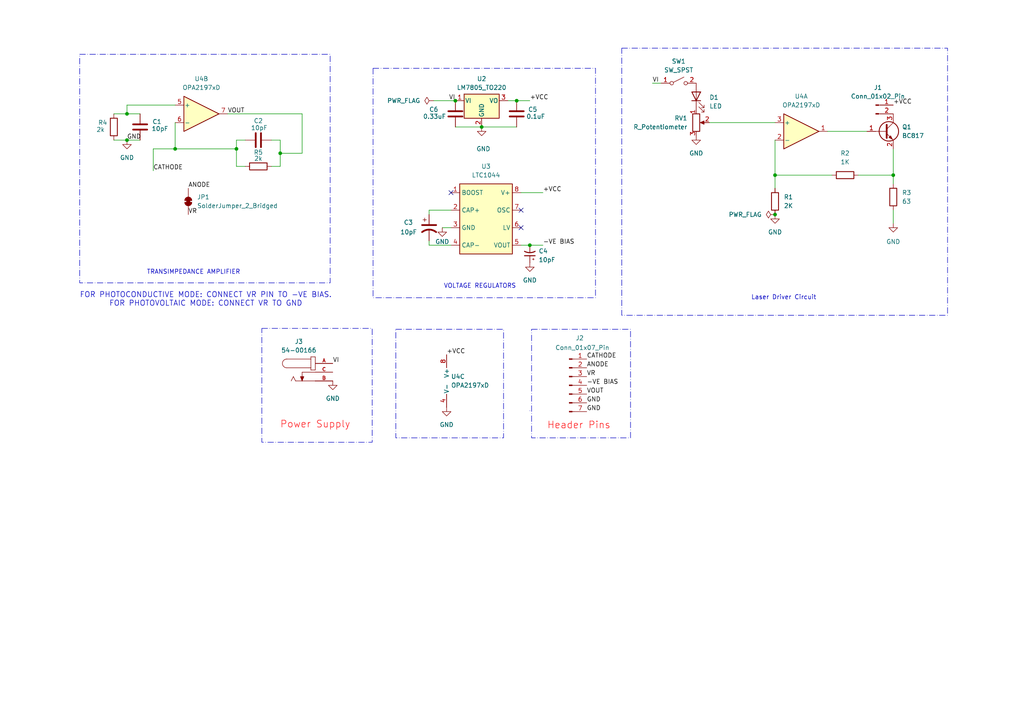
<source format=kicad_sch>
(kicad_sch (version 20250114) (generator "eeschema") (generator_version "9.0")
  (paper "A4")
  (title_block (title "Combined LASER driver and TIA circuit") (date "2025-10-28") (rev "1") (company "CQuICC, IIT Madras") (comment 1 "Designed by Megha and Rizo"))
  (lib_symbols
    (symbol "Amplifier_Operational:OPA2197xD" (pin_names (offset 0.127))
      (property "Reference" "U" (at 2.54 6.35 0))
      (property "Value" "OPA2197xD" (at 2.54 3.81 0))
      (symbol "OPA2197xD_1_1"
        (polyline (pts (xy 5.08 0) (xy -5.08 5.08) (xy -5.08 -5.08) (xy 5.08 0)) (stroke (width 0.254)) (fill (type background)))
        (pin input line (at -7.62 2.54 0) (length 2.54) (name "+") (number "3"))
        (pin input line (at -7.62 -2.54 0) (length 2.54) (name "-") (number "2"))
        (pin output line (at 7.62 0 180) (length 2.54) (name "~") (number "1"))
      )
      (symbol "OPA2197xD_2_1"
        (polyline (pts (xy 5.08 0) (xy -5.08 5.08) (xy -5.08 -5.08) (xy 5.08 0)) (stroke (width 0.254)) (fill (type background)))
        (pin input line (at -7.62 2.54 0) (length 2.54) (name "+") (number "5"))
        (pin input line (at -7.62 -2.54 0) (length 2.54) (name "-") (number "6"))
        (pin output line (at 7.62 0 180) (length 2.54) (name "~") (number "7"))
      )
      (symbol "OPA2197xD_3_1"
        (pin power_in line (at 0 7.62 270) (length 3.81) (name "V+") (number "8"))
        (pin power_in line (at 0 -7.62 90) (length 3.81) (name "V-") (number "4"))
      )
    )
    (symbol "Connector:Conn_01x02_Pin" (pin_names (offset 1.016) (hide yes))
      (property "Reference" "J" (at 0 2.54 0))
      (property "Value" "Conn_01x02_Pin" (at 0 -5.08 0))
      (symbol "Conn_01x02_Pin_1_1"
        (rectangle (start 0.8636 0.127) (end 0 -0.127) (stroke (width 0.1524)) (fill (type outline)))
        (rectangle (start 0.8636 -2.413) (end 0 -2.667) (stroke (width 0.1524)) (fill (type outline)))
        (polyline (pts (xy 1.27 0) (xy 0.8636 0)) (stroke (width 0.1524)))
        (polyline (pts (xy 1.27 -2.54) (xy 0.8636 -2.54)) (stroke (width 0.1524)))
        (pin passive line (at 5.08 0 180) (length 3.81) (name "Pin_1") (number "1"))
        (pin passive line (at 5.08 -2.54 180) (length 3.81) (name "Pin_2") (number "2"))
      )
    )
    (symbol "Connector:Conn_01x07_Pin" (pin_names (offset 1.016) (hide yes))
      (property "Reference" "J" (at 0 10.16 0))
      (property "Value" "Conn_01x07_Pin" (at 0 -10.16 0))
      (symbol "Conn_01x07_Pin_1_1"
        (rectangle (start 0.8636 7.747) (end 0 7.493) (stroke (width 0.1524)) (fill (type outline)))
        (rectangle (start 0.8636 5.207) (end 0 4.953) (stroke (width 0.1524)) (fill (type outline)))
        (rectangle (start 0.8636 2.667) (end 0 2.413) (stroke (width 0.1524)) (fill (type outline)))
        (rectangle (start 0.8636 0.127) (end 0 -0.127) (stroke (width 0.1524)) (fill (type outline)))
        (rectangle (start 0.8636 -2.413) (end 0 -2.667) (stroke (width 0.1524)) (fill (type outline)))
        (rectangle (start 0.8636 -4.953) (end 0 -5.207) (stroke (width 0.1524)) (fill (type outline)))
        (rectangle (start 0.8636 -7.493) (end 0 -7.747) (stroke (width 0.1524)) (fill (type outline)))
        (polyline (pts (xy 1.27 7.62) (xy 0.8636 7.62)) (stroke (width 0.1524)))
        (polyline (pts (xy 1.27 5.08) (xy 0.8636 5.08)) (stroke (width 0.1524)))
        (polyline (pts (xy 1.27 2.54) (xy 0.8636 2.54)) (stroke (width 0.1524)))
        (polyline (pts (xy 1.27 0) (xy 0.8636 0)) (stroke (width 0.1524)))
        (polyline (pts (xy 1.27 -2.54) (xy 0.8636 -2.54)) (stroke (width 0.1524)))
        (polyline (pts (xy 1.27 -5.08) (xy 0.8636 -5.08)) (stroke (width 0.1524)))
        (polyline (pts (xy 1.27 -7.62) (xy 0.8636 -7.62)) (stroke (width 0.1524)))
        (pin passive line (at 5.08 7.62 180) (length 3.81) (name "Pin_1") (number "1"))
        (pin passive line (at 5.08 5.08 180) (length 3.81) (name "Pin_2") (number "2"))
        (pin passive line (at 5.08 2.54 180) (length 3.81) (name "Pin_3") (number "3"))
        (pin passive line (at 5.08 0 180) (length 3.81) (name "Pin_4") (number "4"))
        (pin passive line (at 5.08 -2.54 180) (length 3.81) (name "Pin_5") (number "5"))
        (pin passive line (at 5.08 -5.08 180) (length 3.81) (name "Pin_6") (number "6"))
        (pin passive line (at 5.08 -7.62 180) (length 3.81) (name "Pin_7") (number "7"))
      )
    )
    (symbol "Device:C_Polarized_Small_US" (pin_numbers (hide yes)) (pin_names (offset 0.254) (hide yes))
      (property "Reference" "C" (at 0.254 1.778 0))
      (property "Value" "C_Polarized_Small_US" (at 0.254 -2.032 0))
      (symbol "C_Polarized_Small_US_0_1"
        (polyline (pts (xy -1.524 0.508) (xy 1.524 0.508)) (stroke (width 0.3048)))
        (polyline (pts (xy -1.27 1.524) (xy -0.762 1.524)))
        (polyline (pts (xy -1.016 1.27) (xy -1.016 1.778)))
        (arc (start -1.524 -0.762) (mid 0 -0.3734) (end 1.524 -0.762) (stroke (width 0.3048)))
      )
      (symbol "C_Polarized_Small_US_1_1"
        (pin passive line (at 0 2.54 270) (length 2.032) (name "~") (number "1"))
        (pin passive line (at 0 -2.54 90) (length 2.032) (name "~") (number "2"))
      )
    )
    (symbol "Device:C_Polarized_US" (pin_numbers (hide yes)) (pin_names (offset 0.254) (hide yes))
      (property "Reference" "C" (at 0.635 2.54 0))
      (property "Value" "C_Polarized_US" (at 0.635 -2.54 0))
      (symbol "C_Polarized_US_0_1"
        (polyline (pts (xy -2.032 0.762) (xy 2.032 0.762)) (stroke (width 0.508)))
        (polyline (pts (xy -1.778 2.286) (xy -0.762 2.286)))
        (polyline (pts (xy -1.27 1.778) (xy -1.27 2.794)))
        (arc (start -2.032 -1.27) (mid 0 -0.5572) (end 2.032 -1.27) (stroke (width 0.508)))
      )
      (symbol "C_Polarized_US_1_1"
        (pin passive line (at 0 3.81 270) (length 2.794) (name "~") (number "1"))
        (pin passive line (at 0 -3.81 90) (length 3.302) (name "~") (number "2"))
      )
    )
    (symbol "Device:LED" (pin_numbers (hide yes)) (pin_names (offset 1.016) (hide yes))
      (property "Reference" "D" (at 0 2.54 0))
      (property "Value" "LED" (at 0 -2.54 0))
      (symbol "LED_0_1"
        (polyline (pts (xy -3.048 -0.762) (xy -4.572 -2.286) (xy -3.81 -2.286) (xy -4.572 -2.286) (xy -4.572 -1.524)))
        (polyline (pts (xy -1.778 -0.762) (xy -3.302 -2.286) (xy -2.54 -2.286) (xy -3.302 -2.286) (xy -3.302 -1.524)))
        (polyline (pts (xy -1.27 0) (xy 1.27 0)))
        (polyline (pts (xy -1.27 -1.27) (xy -1.27 1.27)) (stroke (width 0.254)))
        (polyline (pts (xy 1.27 -1.27) (xy 1.27 1.27) (xy -1.27 0) (xy 1.27 -1.27)) (stroke (width 0.254)))
      )
      (symbol "LED_1_1"
        (pin passive line (at -3.81 0 0) (length 2.54) (name "K") (number "1"))
        (pin passive line (at 3.81 0 180) (length 2.54) (name "A") (number "2"))
      )
    )
    (symbol "Device:R" (pin_numbers (hide yes)) (pin_names (offset 0))
      (property "Reference" "R" (at 2.032 0 90))
      (property "Value" "R" (at 0 0 90))
      (symbol "R_0_1"
        (rectangle (start -1.016 -2.54) (end 1.016 2.54) (stroke (width 0.254)))
      )
      (symbol "R_1_1"
        (pin passive line (at 0 3.81 270) (length 1.27) (name "~") (number "1"))
        (pin passive line (at 0 -3.81 90) (length 1.27) (name "~") (number "2"))
      )
    )
    (symbol "Device:R_Potentiometer" (pin_names (offset 1.016) (hide yes))
      (property "Reference" "RV" (at -4.445 0 90))
      (property "Value" "R_Potentiometer" (at -2.54 0 90))
      (symbol "R_Potentiometer_0_1"
        (rectangle (start 1.016 2.54) (end -1.016 -2.54) (stroke (width 0.254)))
        (polyline (pts (xy 1.143 0) (xy 2.286 0.508) (xy 2.286 -0.508) (xy 1.143 0)) (fill (type outline)))
        (polyline (pts (xy 2.54 0) (xy 1.524 0)))
      )
      (symbol "R_Potentiometer_1_1"
        (pin passive line (at 0 3.81 270) (length 1.27) (name "1") (number "1"))
        (pin passive line (at 0 -3.81 90) (length 1.27) (name "3") (number "3"))
        (pin passive line (at 3.81 0 180) (length 1.27) (name "2") (number "2"))
      )
    )
    (symbol "Jumper:SolderJumper_2_Bridged" (pin_numbers (hide yes)) (pin_names (offset 0) (hide yes)) (in_bom no)
      (property "Reference" "JP" (at 0 2.032 0))
      (property "Value" "SolderJumper_2_Bridged" (at 0 -2.54 0))
      (symbol "SolderJumper_2_Bridged_0_1"
        (rectangle (start -0.508 0.508) (end 0.508 -0.508) (fill (type outline)))
        (polyline (pts (xy -0.254 1.016) (xy -0.254 -1.016)))
        (arc (start -0.254 -1.016) (mid -1.2656 0) (end -0.254 1.016))
        (arc (start -0.254 -1.016) (mid -1.2656 0) (end -0.254 1.016) (fill (type outline)))
        (arc (start 0.254 1.016) (mid 1.2656 0) (end 0.254 -1.016))
        (arc (start 0.254 1.016) (mid 1.2656 0) (end 0.254 -1.016) (fill (type outline)))
        (polyline (pts (xy 0.254 1.016) (xy 0.254 -1.016)))
      )
      (symbol "SolderJumper_2_Bridged_1_1"
        (pin passive line (at -3.81 0 0) (length 2.54) (name "A") (number "1"))
        (pin passive line (at 3.81 0 180) (length 2.54) (name "B") (number "2"))
      )
    )
    (symbol "LTC1044_1"
      (property "Reference" "U3" (at 0 15.24 0))
      (property "Value" "LTC1044" (at 0 12.7 0))
      (symbol "LTC1044_1_0_1"
        (rectangle (start -7.62 10.16) (end 7.62 -10.16) (stroke (width 0.254)) (fill (type background)))
      )
      (symbol "LTC1044_1_1_1"
        (pin input line (at -10.16 7.62 0) (length 2.54) (name "BOOST") (number "1"))
        (pin input line (at -10.16 2.54 0) (length 2.54) (name "CAP+") (number "2"))
        (pin power_in line (at -10.16 -2.54 0) (length 2.54) (name "GND") (number "3"))
        (pin input line (at -10.16 -7.62 0) (length 2.54) (name "CAP-") (number "4"))
        (pin power_in line (at 10.16 7.62 180) (length 2.54) (name "V+") (number "8"))
        (pin input line (at 10.16 2.54 180) (length 2.54) (name "OSC") (number "7"))
        (pin input line (at 10.16 -2.54 180) (length 2.54) (name "LV") (number "6"))
        (pin power_out line (at 10.16 -7.62 180) (length 2.54) (name "VOUT") (number "5"))
      )
    )
    (symbol "Library:54-00166" (pin_names (offset 1.016))
      (property "Reference" "J" (at -7.62 5.08 0))
      (property "Value" "54-00166" (at -7.62 -5.08 0))
      (symbol "54-00166_0_0"
        (polyline (pts (xy -8.255 3.81) (xy -1.27 3.81)) (stroke (width 0.1524)))
        (arc (start -8.255 1.27) (mid -9.5194 2.54) (end -8.255 3.81) (stroke (width 0.1524)))
        (polyline (pts (xy -6.35 -1.27) (xy -6.985 -2.54)) (stroke (width 0.1524)))
        (polyline (pts (xy -5.715 -2.54) (xy -6.35 -1.27)) (stroke (width 0.1524)))
        (polyline (pts (xy -3.81 0) (xy -3.81 -2.54)) (stroke (width 0.1524)))
        (polyline (pts (xy -3.81 -2.54) (xy -4.318 -1.27) (xy -3.302 -1.27) (xy -3.81 -2.54)) (stroke (width 0.1524)) (fill (type outline)))
        (polyline (pts (xy -1.27 4.445) (xy -1.27 3.81)) (stroke (width 0.1524)))
        (polyline (pts (xy -1.27 3.81) (xy -1.27 1.27)) (stroke (width 0.1524)))
        (polyline (pts (xy -1.27 1.27) (xy -8.255 1.27)) (stroke (width 0.1524)))
        (polyline (pts (xy -1.27 1.27) (xy -1.27 0.635)) (stroke (width 0.1524)))
        (polyline (pts (xy -1.27 0.635) (xy 0 0.635)) (stroke (width 0.1524)))
        (polyline (pts (xy 0 4.445) (xy -1.27 4.445)) (stroke (width 0.1524)))
        (polyline (pts (xy 0 0.635) (xy 0 4.445)) (stroke (width 0.1524)))
        (polyline (pts (xy 0 0) (xy -3.81 0)) (stroke (width 0.1524)))
        (polyline (pts (xy 0 -2.54) (xy -5.715 -2.54)) (stroke (width 0.1524)))
        (pin passive line (at 5.08 2.54 180) (length 5.08) (name "~") (number "A"))
        (pin passive line (at 5.08 0 180) (length 5.08) (name "~") (number "C"))
        (pin passive line (at 5.08 -2.54 180) (length 5.08) (name "~") (number "B"))
      )
    )
    (symbol "Library:C" (pin_numbers (hide yes)) (pin_names (offset 0.254))
      (property "Reference" "C" (at 0.635 2.54 0))
      (property "Value" "C" (at 0.635 -2.54 0))
      (symbol "C_0_1"
        (polyline (pts (xy -2.032 0.762) (xy 2.032 0.762)) (stroke (width 0.508)))
        (polyline (pts (xy -2.032 -0.762) (xy 2.032 -0.762)) (stroke (width 0.508)))
      )
      (symbol "C_1_1"
        (pin passive line (at 0 3.81 270) (length 2.794) (name "~") (number "1"))
        (pin passive line (at 0 -3.81 90) (length 2.794) (name "~") (number "2"))
      )
    )
    (symbol "Library:GND" (power) (pin_numbers (hide yes)) (pin_names (offset 0) (hide yes))
      (property "Value" "GND" (at 0 -3.81 0))
      (symbol "GND_0_1"
        (polyline (pts (xy 0 0) (xy 0 -1.27) (xy 1.27 -1.27) (xy 0 -2.54) (xy -1.27 -1.27) (xy 0 -1.27)))
      )
      (symbol "GND_1_1"
        (pin power_in line (at 0 0 270) (length 0) (name "~") (number "1"))
      )
    )
    (symbol "Library:PWR_FLAG" (power) (pin_numbers (hide yes)) (pin_names (offset 0) (hide yes))
      (property "Value" "PWR_FLAG" (at 0 3.81 0))
      (symbol "PWR_FLAG_0_0"
        (pin power_out line (at 0 0 90) (length 0) (name "~") (number "1"))
      )
      (symbol "PWR_FLAG_0_1"
        (polyline (pts (xy 0 0) (xy 0 1.27) (xy -1.016 1.905) (xy 0 2.54) (xy 1.016 1.905) (xy 0 1.27)))
      )
    )
    (symbol "Library:R" (pin_numbers (hide yes)) (pin_names (offset 0))
      (property "Reference" "R" (at 2.032 0 90))
      (property "Value" "R" (at 0 0 90))
      (symbol "R_0_1"
        (rectangle (start -1.016 -2.54) (end 1.016 2.54) (stroke (width 0.254)))
      )
      (symbol "R_1_1"
        (pin passive line (at 0 3.81 270) (length 1.27) (name "~") (number "1"))
        (pin passive line (at 0 -3.81 90) (length 1.27) (name "~") (number "2"))
      )
    )
    (symbol "Regulator_Linear:LM7805_TO220" (pin_names (offset 0.254))
      (property "Reference" "U" (at -3.81 3.175 0))
      (property "Value" "LM7805_TO220" (at 0 3.175 0))
      (symbol "LM7805_TO220_0_1"
        (rectangle (start -5.08 1.905) (end 5.08 -5.08) (stroke (width 0.254)) (fill (type background)))
      )
      (symbol "LM7805_TO220_1_1"
        (pin power_in line (at -7.62 0 0) (length 2.54) (name "VI") (number "1"))
        (pin power_in line (at 0 -7.62 90) (length 2.54) (name "GND") (number "2"))
        (pin power_out line (at 7.62 0 180) (length 2.54) (name "VO") (number "3"))
      )
    )
    (symbol "Switch:SW_SPST" (pin_names (offset 0) (hide yes))
      (property "Reference" "SW" (at 0 3.175 0))
      (property "Value" "SW_SPST" (at 0 -2.54 0))
      (symbol "SW_SPST_0_0"
        (circle (center -2.032 0) (radius 0.508))
        (polyline (pts (xy -1.524 0.254) (xy 1.524 1.778)))
        (circle (center 2.032 0) (radius 0.508))
      )
      (symbol "SW_SPST_1_1"
        (pin passive line (at -5.08 0 0) (length 2.54) (name "A") (number "1"))
        (pin passive line (at 5.08 0 180) (length 2.54) (name "B") (number "2"))
      )
    )
    (symbol "Transistor_BJT:BC817" (pin_names (offset 0) (hide yes))
      (property "Reference" "Q" (at 5.08 1.905 0))
      (property "Value" "BC817" (at 5.08 0 0))
      (symbol "BC817_0_1"
        (polyline (pts (xy -2.54 0) (xy 0.635 0)))
        (polyline (pts (xy 0.635 1.905) (xy 0.635 -1.905)) (stroke (width 0.508)))
        (circle (center 1.27 0) (radius 2.8194) (stroke (width 0.254)))
      )
      (symbol "BC817_1_1"
        (polyline (pts (xy 0.635 0.635) (xy 2.54 2.54)))
        (polyline (pts (xy 0.635 -0.635) (xy 2.54 -2.54)))
        (polyline (pts (xy 1.27 -1.778) (xy 1.778 -1.27) (xy 2.286 -2.286) (xy 1.27 -1.778)) (fill (type outline)))
        (pin input line (at -5.08 0 0) (length 2.54) (name "B") (number "1"))
        (pin passive line (at 2.54 5.08 270) (length 2.54) (name "C") (number "3"))
        (pin passive line (at 2.54 -5.08 90) (length 2.54) (name "E") (number "2"))
      )
    )
    (symbol "power:GND" (power) (pin_numbers (hide yes)) (pin_names (offset 0) (hide yes))
      (property "Value" "GND" (at 0 -3.81 0))
      (symbol "GND_0_1"
        (polyline (pts (xy 0 0) (xy 0 -1.27) (xy 1.27 -1.27) (xy 0 -2.54) (xy -1.27 -1.27) (xy 0 -1.27)))
      )
      (symbol "GND_1_1"
        (pin power_in line (at 0 0 270) (length 0) (name "~") (number "1"))
      )
    )
    (symbol "power:PWR_FLAG" (power) (pin_numbers (hide yes)) (pin_names (offset 0) (hide yes))
      (property "Value" "PWR_FLAG" (at 0 3.81 0))
      (symbol "PWR_FLAG_0_0"
        (pin power_out line (at 0 0 90) (length 0) (name "~") (number "1"))
      )
      (symbol "PWR_FLAG_0_1"
        (polyline (pts (xy 0 0) (xy 0 1.27) (xy -1.016 1.905) (xy 0 2.54) (xy 1.016 1.905) (xy 0 1.27)))
      )
    )
  )
  (rectangle (start 153.67 119.126) (end 153.67 119.126) (stroke (width 0) (type dash_dot)))
  (rectangle (start 108.204 19.812) (end 172.72 86.36) (stroke (width 0) (type dash_dot)))
  (rectangle (start 154.178 95.504) (end 182.88 127) (stroke (width 0) (type dash_dot)))
  (rectangle (start 75.946 95.25) (end 107.95 128.27) (stroke (width 0) (type dash_dot)))
  (rectangle (start 114.808 95.504) (end 146.05 127) (stroke (width 0) (type dash_dot)))
  (rectangle (start 23.114 15.748) (end 95.758 82.042) (stroke (width 0) (type dash_dot)))
  (rectangle (start 180.34 13.97) (end 274.828 91.44) (stroke (width 0) (type dash_dot)))
  (text "VOLTAGE REGULATORS\n\n" (at 139.192 84.074 0) (effects (font (size 1.27 1.27))))
  (text "Laser Driver Circuit" (at 227.33 86.36 0) (effects (font (size 1.27 1.27))))
  (text "Power Supply" (at 91.44 123.19 0) (effects (font (size 2 2))))
  (text "FOR PHOTOCONDUCTIVE MODE: CONNECT VR PIN TO -VE BIAS.\nFOR PHOTOVOLTAIC MODE: CONNECT VR TO GND" (at 59.69 86.868 0) (effects (font (size 1.54 1.54))))
  (text "Header Pins\n" (at 167.894 123.444 0) (effects (font (size 2 2))))
  (text "TRANSIMPEDANCE AMPLIFIER" (at 56.134 78.994 0) (effects (font (size 1.27 1.27))))
  (junction (at 50.8 43.18))
  (junction (at 259.08 50.8))
  (junction (at 149.86 29.21))
  (junction (at 36.83 33.02))
  (junction (at 68.58 43.18))
  (junction (at 139.7 36.83))
  (junction (at 153.67 71.12))
  (junction (at 224.79 50.8))
  (junction (at 132.08 29.21))
  (junction (at 36.83 40.64))
  (junction (at 224.79 62.23))
  (junction (at 81.28 44.45))
  (no_connect (at 130.81 55.88))
  (no_connect (at 151.13 60.96))
  (no_connect (at 151.13 66.04))
  (wire (pts (xy 81.28 40.64) (xy 81.28 44.45)))
  (wire (pts (xy 224.79 50.8) (xy 241.3 50.8)))
  (wire (pts (xy 68.58 43.18) (xy 68.58 40.64)))
  (wire (pts (xy 189.23 24.13) (xy 191.77 24.13)))
  (wire (pts (xy 124.46 60.96) (xy 130.81 60.96)))
  (wire (pts (xy 81.28 44.45) (xy 81.28 48.26)))
  (wire (pts (xy 71.12 48.26) (xy 68.58 48.26)))
  (wire (pts (xy 87.63 33.02) (xy 87.63 44.45)))
  (wire (pts (xy 44.45 43.18) (xy 44.45 49.53)))
  (wire (pts (xy 36.83 33.02) (xy 40.64 33.02)))
  (wire (pts (xy 151.13 55.88) (xy 157.48 55.88)))
  (wire (pts (xy 132.08 36.83) (xy 139.7 36.83)))
  (wire (pts (xy 259.08 60.96) (xy 259.08 64.77)))
  (wire (pts (xy 68.58 40.64) (xy 71.12 40.64)))
  (wire (pts (xy 149.86 29.21) (xy 153.67 29.21)))
  (wire (pts (xy 36.83 30.48) (xy 50.8 30.48)))
  (wire (pts (xy 147.32 29.21) (xy 149.86 29.21)))
  (wire (pts (xy 139.7 36.83) (xy 149.86 36.83)))
  (wire (pts (xy 259.08 50.8) (xy 259.08 53.34)))
  (wire (pts (xy 50.8 35.56) (xy 50.8 43.18)))
  (wire (pts (xy 66.04 33.02) (xy 87.63 33.02)))
  (wire (pts (xy 224.79 50.8) (xy 224.79 54.61)))
  (wire (pts (xy 33.02 40.64) (xy 36.83 40.64)))
  (wire (pts (xy 36.83 30.48) (xy 36.83 33.02)))
  (wire (pts (xy 125.73 29.21) (xy 132.08 29.21)))
  (wire (pts (xy 124.46 69.85) (xy 124.46 71.12)))
  (wire (pts (xy 81.28 44.45) (xy 87.63 44.45)))
  (wire (pts (xy 128.27 66.04) (xy 130.81 66.04)))
  (wire (pts (xy 240.03 38.1) (xy 251.46 38.1)))
  (wire (pts (xy 33.02 33.02) (xy 36.83 33.02)))
  (wire (pts (xy 259.08 43.18) (xy 259.08 50.8)))
  (wire (pts (xy 124.46 71.12) (xy 130.81 71.12)))
  (wire (pts (xy 44.45 43.18) (xy 50.8 43.18)))
  (wire (pts (xy 248.92 50.8) (xy 259.08 50.8)))
  (wire (pts (xy 153.67 71.12) (xy 157.48 71.12)))
  (wire (pts (xy 151.13 71.12) (xy 153.67 71.12)))
  (wire (pts (xy 50.8 43.18) (xy 68.58 43.18)))
  (wire (pts (xy 78.74 40.64) (xy 81.28 40.64)))
  (wire (pts (xy 78.74 48.26) (xy 81.28 48.26)))
  (wire (pts (xy 124.46 62.23) (xy 124.46 60.96)))
  (wire (pts (xy 205.74 35.56) (xy 224.79 35.56)))
  (wire (pts (xy 68.58 43.18) (xy 68.58 48.26)))
  (wire (pts (xy 224.79 40.64) (xy 224.79 50.8)))
  (wire (pts (xy 36.83 40.64) (xy 40.64 40.64)))
  (label "VI" (at 189.23 24.13 0))
  (label "VOUT" (at 170.18 114.3 0))
  (label "VR" (at 54.61 62.23 0))
  (label "CATHODE" (at 170.18 104.14 0))
  (label "ANODE" (at 54.61 54.61 0))
  (label "VR" (at 170.18 109.22 0))
  (label "+VCC" (at 153.67 29.21 0))
  (label "+VCC" (at 259.08 30.48 0))
  (label "VI" (at 132.08 29.21 180))
  (label "GND" (at 170.18 116.84 0))
  (label "" (at 133.35 34.29 0))
  (label "GND" (at 170.18 119.38 0))
  (label "CATHODE" (at 44.45 49.53 0))
  (label "+VCC" (at 129.54 102.87 0))
  (label "ANODE" (at 170.18 106.68 0))
  (label "VOUT" (at 66.04 33.02 0))
  (label "-VE BIAS" (at 157.48 71.12 0))
  (label "GND" (at 36.83 40.64 0))
  (label "-VE BIAS" (at 170.18 111.76 0))
  (label "VI" (at 96.52 105.41 0))
  (label "+VCC" (at 157.48 55.88 0))
  (symbol (lib_id "Device:C_Polarized_US") (at 124.46 66.04 0) (unit 1)
    (property "Reference" "C3" (at 117.094 64.516 0) (effects (justify left)))
    (property "Value" "10pF" (at 116.078 67.31 0) (effects (justify left)))
    (property "Description" "Polarized capacitor, US symbol" (effects (hide yes)))
  )
  (symbol (lib_id "Jumper:SolderJumper_2_Bridged") (at 54.61 58.42 90) (unit 1) (in_bom no)
    (property "Reference" "JP1" (at 57.15 57.1499 90) (effects (justify right)))
    (property "Value" "SolderJumper_2_Bridged" (at 57.15 59.6899 90) (effects (justify right)))
    (property "Footprint" "Jumper:SolderJumper-2_P1.3mm_Bridged2Bar_Pad1.0x1.5mm" (effects (hide yes)))
    (property "Description" "Solder Jumper, 2-pole, closed/bridged" (effects (hide yes)))
  )
  (symbol (lib_id "power:GND") (at 128.27 66.04 0) (unit 1)
    (property "Reference" "#PWR04" (effects (hide yes)))
    (property "Value" "GND" (at 128.27 70.104 0))
    (property "Description" "Power symbol creates a global label with name \"GND\" , ground" (effects (hide yes)))
  )
  (symbol (lib_id "Library:PWR_FLAG") (at 125.73 29.21 90) (unit 1)
    (property "Reference" "#FLG0101" (effects (hide yes)))
    (property "Value" "PWR_FLAG" (at 121.92 29.2099 90) (effects (justify left)))
    (property "Description" "Special symbol for telling ERC where power comes from" (effects (hide yes)))
  )
  (symbol (lib_id "power:PWR_FLAG") (at 224.79 62.23 90) (unit 1)
    (property "Reference" "#FLG01" (effects (hide yes)))
    (property "Value" "PWR_FLAG" (at 220.98 62.2299 90) (effects (justify left)))
    (property "Description" "Special symbol for telling ERC where power comes from" (effects (hide yes)))
  )
  (symbol (lib_id "Switch:SW_SPST") (at 196.85 24.13 0) (unit 1)
    (property "Reference" "SW1" (at 196.85 17.78 0))
    (property "Value" "SW_SPST" (at 196.85 20.32 0))
    (property "Description" "Single Pole Single Throw (SPST) switch" (effects (hide yes)))
  )
  (symbol (lib_id "Library:C") (at 40.64 36.83 0) (unit 1)
    (property "Reference" "C1" (at 44.196 35.306 0) (effects (justify left)))
    (property "Value" "10pF" (at 43.942 37.338 0) (effects (justify left)))
    (property "Footprint" "Capacitor_SMD:C_0201_0603Metric" (effects (hide yes)))
    (property "Description" "Unpolarized capacitor" (effects (hide yes)))
  )
  (symbol (lib_id "Device:R") (at 245.11 50.8 90) (unit 1)
    (property "Reference" "R2" (at 245.11 44.45 90))
    (property "Value" "1K" (at 245.11 46.99 90))
    (property "Description" "Resistor" (effects (hide yes)))
  )
  (symbol (lib_id "Library:GND") (at 139.7 36.83 0) (unit 1)
    (property "Reference" "#PWR0106" (effects (hide yes)))
    (property "Value" "GND" (at 140.208 43.18 0))
    (property "Description" "Power symbol creates a global label with name \"GND\" , ground" (effects (hide yes)))
  )
  (symbol (lib_name "LTC1044_1") (lib_id "Regulator_SwitchedCapacitor:LTC1044") (at 140.97 63.5 0) (unit 1)
    (property "Reference" "U3" (at 140.97 48.26 0))
    (property "Value" "LTC1044" (at 140.97 50.8 0))
    (property "Footprint" "Package_DIP:DIP-8_W7.62mm" (effects (hide yes)))
    (property "Datasheet" "https://www.analog.com/media/en/technical-documentation/data-sheets/lt1044.pdf" (effects (hide yes)))
    (property "Description" "Switched Capacitor Voltage Converter, 1.5V to 9V supply operation, 200uA Max No Load Supply Current at 5V, DIP-8/TO-99" (effects (hide yes)))
  )
  (symbol (lib_id "Connector:Conn_01x02_Pin") (at 254 30.48 0) (unit 1)
    (property "Reference" "J1" (at 254.635 25.4 0))
    (property "Value" "Conn_01x02_Pin" (at 254.635 27.94 0))
    (property "Footprint" "Connector_Samtec_HPM_THT:Samtec_HPM-02-01-x-S_Straight_1x02_Pitch5.08mm" (effects (hide yes)))
    (property "Description" "Generic connector, single row, 01x02, script generated" (effects (hide yes)))
  )
  (symbol (lib_id "power:GND") (at 129.54 118.11 0) (unit 1)
    (property "Reference" "#PWR05" (effects (hide yes)))
    (property "Value" "GND" (at 129.54 123.19 0))
    (property "Description" "Power symbol creates a global label with name \"GND\" , ground" (effects (hide yes)))
  )
  (symbol (lib_id "Library:R") (at 74.93 48.26 90) (unit 1)
    (property "Reference" "R5" (at 74.93 44.196 90))
    (property "Value" "2k" (at 74.93 45.974 90))
    (property "Footprint" "Resistor_THT:R_Axial_DIN0204_L3.6mm_D1.6mm_P5.08mm_Horizontal" (effects (hide yes)))
    (property "Description" "Resistor" (effects (hide yes)))
  )
  (symbol (lib_id "Amplifier_Operational:OPA2197xD") (at 58.42 33.02 0) (unit 2)
    (property "Reference" "U4" (at 58.42 22.86 0))
    (property "Value" "OPA2197xD" (at 58.42 25.4 0))
    (property "Footprint" "Package_SO:SOIC-8_3.9x4.9mm_P1.27mm" (effects (hide yes)))
    (property "Datasheet" "http://www.ti.com/lit/ds/symlink/opa2197.pdf" (effects (hide yes)))
    (property "Description" "Dual 36V, Precision, Rail-to-Rail Input/Output, Low Offset Voltage, Operational Amplifier, SOIC-8" (effects (hide yes)))
  )
  (symbol (lib_id "Library:C") (at 74.93 40.64 90) (unit 1)
    (property "Reference" "C2" (at 74.93 35.052 90))
    (property "Value" "10pF" (at 75.184 37.084 90))
    (property "Footprint" "Capacitor_SMD:C_0201_0603Metric" (effects (hide yes)))
    (property "Description" "Unpolarized capacitor" (effects (hide yes)))
  )
  (symbol (lib_id "Device:R") (at 259.08 57.15 0) (unit 1)
    (property "Reference" "R3" (at 261.62 55.8799 0) (effects (justify left)))
    (property "Value" "63" (at 261.62 58.4199 0) (effects (justify left)))
    (property "Description" "Resistor" (effects (hide yes)))
  )
  (symbol (lib_id "power:GND") (at 224.79 62.23 0) (unit 1)
    (property "Reference" "#PWR01" (effects (hide yes)))
    (property "Value" "GND" (at 224.79 67.31 0))
    (property "Description" "Power symbol creates a global label with name \"GND\" , ground" (effects (hide yes)))
  )
  (symbol (lib_id "power:GND") (at 201.93 39.37 0) (unit 1)
    (property "Reference" "#PWR03" (effects (hide yes)))
    (property "Value" "GND" (at 201.93 44.45 0))
    (property "Description" "Power symbol creates a global label with name \"GND\" , ground" (effects (hide yes)))
  )
  (symbol (lib_id "Device:LED") (at 201.93 27.94 90) (unit 1)
    (property "Reference" "D1" (at 205.74 28.2574 90) (effects (justify right)))
    (property "Value" "LED" (at 205.74 30.7974 90) (effects (justify right)))
    (property "Footprint" "LED_THT:LED_D2.0mm_W4.8mm_H2.5mm_FlatTop" (effects (hide yes)))
    (property "Description" "Light emitting diode" (effects (hide yes)))
    (property "Sim.Pins" "1=K 2=A" (effects (hide yes)))
  )
  (symbol (lib_id "Device:R") (at 224.79 58.42 0) (unit 1)
    (property "Reference" "R1" (at 227.33 57.1499 0) (effects (justify left)))
    (property "Value" "2K" (at 227.33 59.6899 0) (effects (justify left)))
    (property "Description" "Resistor" (effects (hide yes)))
  )
  (symbol (lib_id "Transistor_BJT:BC817") (at 256.54 38.1 0) (unit 1)
    (property "Reference" "Q1" (at 261.62 36.83 0) (effects (justify left)))
    (property "Value" "BC817" (at 261.62 39.3699 0) (effects (justify left)))
    (property "Footprint" "Package_TO_SOT_SMD:SOT-23" (effects (hide yes)))
    (property "Datasheet" "https://www.onsemi.com/pub/Collateral/BC818-D.pdf" (effects (hide yes)))
    (property "Description" "0.8A Ic, 45V Vce, NPN Transistor, SOT-23" (effects (hide yes)))
  )
  (symbol (lib_id "Library:R") (at 33.02 36.83 0) (unit 1)
    (property "Reference" "R4" (at 28.448 35.56 0) (effects (justify left)))
    (property "Value" "2k" (at 27.94 37.592 0) (effects (justify left)))
    (property "Footprint" "Resistor_THT:R_Axial_DIN0204_L3.6mm_D1.6mm_P5.08mm_Horizontal" (effects (hide yes)))
    (property "Description" "Resistor" (effects (hide yes)))
  )
  (symbol (lib_id "Amplifier_Operational:OPA2197xD") (at 129.54 110.49 0) (unit 3)
    (property "Reference" "U4" (at 130.81 109.2199 0) (effects (justify left)))
    (property "Value" "OPA2197xD" (at 130.81 111.7599 0) (effects (justify left)))
    (property "Footprint" "Package_SO:SOIC-8_3.9x4.9mm_P1.27mm" (effects (hide yes)))
    (property "Datasheet" "http://www.ti.com/lit/ds/symlink/opa2197.pdf" (effects (hide yes)))
    (property "Description" "Dual 36V, Precision, Rail-to-Rail Input/Output, Low Offset Voltage, Operational Amplifier, SOIC-8" (effects (hide yes)))
  )
  (symbol (lib_id "Amplifier_Operational:OPA2197xD") (at 232.41 38.1 0) (unit 1)
    (property "Reference" "U4" (at 232.41 27.94 0))
    (property "Value" "OPA2197xD" (at 232.41 30.48 0))
    (property "Footprint" "Package_SO:SOIC-8_3.9x4.9mm_P1.27mm" (effects (hide yes)))
    (property "Datasheet" "http://www.ti.com/lit/ds/symlink/opa2197.pdf" (effects (hide yes)))
    (property "Description" "Dual 36V, Precision, Rail-to-Rail Input/Output, Low Offset Voltage, Operational Amplifier, SOIC-8" (effects (hide yes)))
  )
  (symbol (lib_id "Device:C_Polarized_Small_US") (at 153.67 73.66 180) (unit 1)
    (property "Reference" "C4" (at 156.21 72.8217 0) (effects (justify right)))
    (property "Value" "10pF" (at 156.21 75.3617 0) (effects (justify right)))
    (property "Description" "Polarized capacitor, small US symbol" (effects (hide yes)))
  )
  (symbol (lib_id "Regulator_Linear:LM7805_TO220") (at 139.7 29.21 0) (unit 1)
    (property "Reference" "U2" (at 139.7 22.86 0))
    (property "Value" "LM7805_TO220" (at 139.7 25.4 0))
    (property "Footprint" "Package_TO_SOT_THT:TO-220-3_Vertical" (effects (hide yes)))
    (property "Datasheet" "https://www.onsemi.cn/PowerSolutions/document/MC7800-D.PDF" (effects (hide yes)))
    (property "Description" "Positive 1A 35V Linear Regulator, Fixed Output 5V, TO-220" (effects (hide yes)))
  )
  (symbol (lib_id "Library:GND") (at 36.83 40.64 0) (unit 1)
    (property "Reference" "#PWR0103" (effects (hide yes)))
    (property "Value" "GND" (at 36.83 45.72 0))
    (property "Description" "Power symbol creates a global label with name \"GND\" , ground" (effects (hide yes)))
  )
  (symbol (lib_id "Library:54-00166") (at 91.44 107.95 0) (unit 1)
    (property "Reference" "J3" (at 86.6803 99.06 0))
    (property "Value" "54-00166" (at 86.6803 101.6 0))
    (property "Footprint" "Footprints:TENSILITY_54-00166" (effects (hide yes)))
    (property "MF" "Tensility International Corp" (effects (hide yes)))
    (property "MAXIMUM_PACKAGE_HEIGHT" "11.2mm" (effects (hide yes)))
    (property "Package" "None" (effects (hide yes)))
    (property "Price" "None" (effects (hide yes)))
    (property "Check_prices" "https://www.snapeda.com/parts/54-00166/Tensility/view-part/?ref=eda" (effects (hide yes)))
    (property "STANDARD" "Manufacturer Recommendations" (effects (hide yes)))
    (property "PARTREV" "A" (effects (hide yes)))
    (property "SnapEDA_Link" "https://www.snapeda.com/parts/54-00166/Tensility/view-part/?ref=snap" (effects (hide yes)))
    (property "MP" "54-00166" (effects (hide yes)))
    (property "Description_1" "Connector, dc jack 5.5x2.1 mm, PCB mount, 90 degrees, nickel plated, PBT, thru hole" (effects (hide yes)))
    (property "MANUFACTURER" "TENSILITY" (effects (hide yes)))
    (property "Availability" "In Stock" (effects (hide yes)))
    (property "SNAPEDA_PN" "54-00166" (effects (hide yes)))
  )
  (symbol (lib_id "Library:C") (at 149.86 33.02 0) (unit 1)
    (property "Reference" "C5" (at 153.162 31.75 0) (effects (justify left)))
    (property "Value" "0.1uF" (at 152.654 33.782 0) (effects (justify left)))
    (property "Footprint" "Capacitor_SMD:C_0201_0603Metric" (effects (hide yes)))
    (property "Description" "Unpolarized capacitor" (effects (hide yes)))
  )
  (symbol (lib_id "Device:R_Potentiometer") (at 201.93 35.56 0) (unit 1)
    (property "Reference" "RV1" (at 199.39 34.2899 0) (effects (justify right)))
    (property "Value" "R_Potentiometer" (at 199.39 36.8299 0) (effects (justify right)))
    (property "Description" "Potentiometer" (effects (hide yes)))
  )
  (symbol (lib_id "power:GND") (at 153.67 76.2 0) (unit 1)
    (property "Reference" "#PWR06" (effects (hide yes)))
    (property "Value" "GND" (at 153.67 81.28 0))
    (property "Description" "Power symbol creates a global label with name \"GND\" , ground" (effects (hide yes)))
  )
  (symbol (lib_id "Library:GND") (at 259.08 64.77 0) (unit 1)
    (property "Reference" "#PWR02" (effects (hide yes)))
    (property "Value" "GND" (at 259.08 70.104 0))
    (property "Description" "Power symbol creates a global label with name \"GND\" , ground" (effects (hide yes)))
  )
  (symbol (lib_id "Library:C") (at 132.08 33.02 0) (unit 1)
    (property "Reference" "C6" (at 124.46 31.75 0) (effects (justify left)))
    (property "Value" "0.33uF" (at 122.682 33.782 0) (effects (justify left)))
    (property "Footprint" "Capacitor_SMD:C_0201_0603Metric" (effects (hide yes)))
    (property "Description" "Unpolarized capacitor" (effects (hide yes)))
  )
  (symbol (lib_id "Connector:Conn_01x07_Pin") (at 165.1 111.76 0) (unit 1)
    (property "Reference" "J2" (at 168.148 98.044 0))
    (property "Value" "Conn_01x07_Pin" (at 168.91 100.838 0))
    (property "Footprint" "Connector_PinHeader_2.54mm:PinHeader_1x07_P2.54mm_Vertical" (effects (hide yes)))
    (property "Description" "Generic connector, single row, 01x07, script generated" (effects (hide yes)))
  )
  (symbol (lib_id "power:GND") (at 96.52 110.49 0) (unit 1)
    (property "Reference" "#PWR07" (effects (hide yes)))
    (property "Value" "GND" (at 96.52 115.57 0))
    (property "Description" "Power symbol creates a global label with name \"GND\" , ground" (effects (hide yes)))
  )
)
</source>
